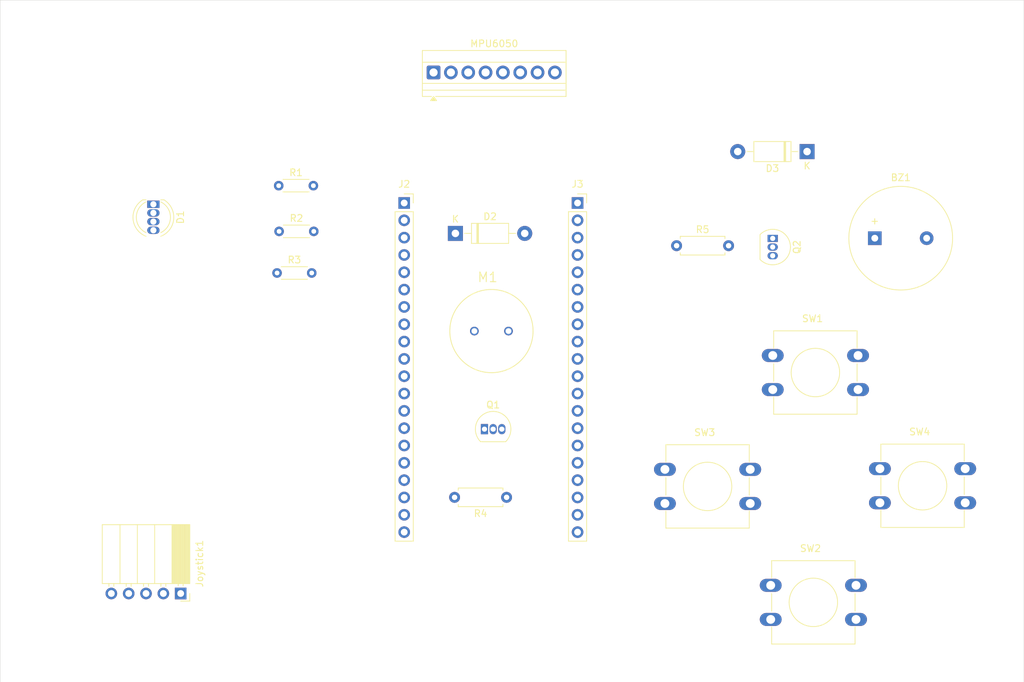
<source format=kicad_pcb>
(kicad_pcb (version 20241229) (generator "pcbnew") (generator_version "9.0")
  (layers (0 "F.Cu" signal) (2 "B.Cu" signal) (13 "F.Paste" user) (15 "B.Paste" user) (5 "F.SilkS" user "F.Silkscreen") (7 "B.SilkS" user "B.Silkscreen") (1 "F.Mask" user) (3 "B.Mask" user) (25 "Edge.Cuts" user))
  (net 0 "")
  (net 1 "Net-(BZ1--)")
  (net 2 "Net-(BZ1-+)")
  (net 3 "Net-(D1-K)")
  (net 4 "Net-(D1-RA)")
  (net 5 "Net-(D1-BA)")
  (net 6 "Net-(D1-GA)")
  (net 7 "Net-(D2-A)")
  (net 9 "Net-(J2-Pin_12)")
  (net 11 "Net-(J2-Pin_11)")
  (net 15 "Net-(J2-Pin_13)")
  (net 17 "Net-(J2-Pin_8)")
  (net 21 "Net-(J2-Pin_15)")
  (net 23 "Net-(J2-Pin_7)")
  (net 27 "Net-(J3-Pin_3)")
  (net 30 "Net-(J3-Pin_10)")
  (net 34 "Net-(J3-Pin_11)")
  (net 36 "Net-(J3-Pin_7)")
  (net 38 "Net-(J3-Pin_12)")
  (net 39 "Net-(J3-Pin_8)")
  (net 41 "Net-(J3-Pin_9)")
  (net 42 "Net-(J3-Pin_13)")
  (net 43 "Net-(J3-Pin_1)")
  (net 45 "Net-(J3-Pin_6)")
  (net 50 "Net-(Q1-B)")
  (net 51 "Net-(Q2-B)")
  (footprint "Button_Switch_THT:SW_PUSH-12mm" (layer "F.Cu") (at 192.9 135.8)
    (property "Reference" "SW2" (at 5.83 -5.41 0) (layer "F.SilkS"))
    (property "Value" "Retroceder")
    (fp_line (start 0.14 -3.61) (end 0.14 -1.1) (stroke (width 0.12)) (layer "F.SilkS"))
    (fp_line (start 0.14 -3.61) (end 12.36 -3.61) (stroke (width 0.12)) (layer "F.SilkS"))
    (fp_line (start 0.14 1.2) (end 0.14 3.8) (stroke (width 0.12)) (layer "F.SilkS"))
    (fp_line (start 0.14 6.1) (end 0.14 8.61) (stroke (width 0.12)) (layer "F.SilkS"))
    (fp_line (start 12.36 -3.61) (end 12.36 -1.1) (stroke (width 0.12)) (layer "F.SilkS"))
    (fp_line (start 12.36 1.2) (end 12.36 3.8) (stroke (width 0.12)) (layer "F.SilkS"))
    (fp_line (start 12.36 6.1) (end 12.36 8.61) (stroke (width 0.12)) (layer "F.SilkS"))
    (fp_line (start 12.36 8.61) (end 0.14 8.61) (stroke (width 0.12)) (layer "F.SilkS"))
    (fp_circle (center 6.25 2.5) (end 9.8 2.5) (stroke (width 0.12)) (fill no) (layer "F.SilkS"))
    (pad "1" thru_hole oval (at 0 0) (size 3.2 1.9) (drill 1.3) (layers "*.Cu" "*.Mask") (net 36 "Net-(J3-Pin_7)"))
    (pad "1" thru_hole oval (at 12.5 0) (size 3.2 1.9) (drill 1.3) (layers "*.Cu" "*.Mask") (net 36 "Net-(J3-Pin_7)"))
    (pad "2" thru_hole oval (at 0 5) (size 3.2 1.9) (drill 1.3) (layers "*.Cu" "*.Mask") (net 38 "Net-(J3-Pin_12)"))
    (pad "2" thru_hole oval (at 12.5 5) (size 3.2 1.9) (drill 1.3) (layers "*.Cu" "*.Mask") (net 38 "Net-(J3-Pin_12)"))
  )
  (footprint "Resistor_THT:R_Axial_DIN0204_L3.6mm_D1.6mm_P5.08mm_Horizontal" (layer "F.Cu") (at 120.87 83.9)
    (property "Reference" "R2" (at 2.54 -1.92 0) (layer "F.SilkS"))
    (property "Value" "200 Ω")
    (fp_line (start 0.62 -0.92) (end 4.46 -0.92) (stroke (width 0.12)) (layer "F.SilkS"))
    (fp_line (start 0.62 0.92) (end 4.46 0.92) (stroke (width 0.12)) (layer "F.SilkS"))
    (pad "1" thru_hole circle (at 0 0) (size 1.4 1.4) (drill 0.7) (layers "*.Cu" "*.Mask") (net 9 "Net-(J2-Pin_12)"))
    (pad "2" thru_hole oval (at 5.08 0) (size 1.4 1.4) (drill 0.7) (layers "*.Cu" "*.Mask") (net 6 "Net-(D1-GA)"))
  )
  (footprint "Resistor_THT:R_Axial_DIN0204_L3.6mm_D1.6mm_P5.08mm_Horizontal" (layer "F.Cu") (at 120.81 77.2)
    (property "Reference" "R1" (at 2.54 -1.92 0) (layer "F.SilkS"))
    (property "Value" "200 Ω")
    (fp_line (start 0.62 -0.92) (end 4.46 -0.92) (stroke (width 0.12)) (layer "F.SilkS"))
    (fp_line (start 0.62 0.92) (end 4.46 0.92) (stroke (width 0.12)) (layer "F.SilkS"))
    (pad "1" thru_hole circle (at 0 0) (size 1.4 1.4) (drill 0.7) (layers "*.Cu" "*.Mask") (net 15 "Net-(J2-Pin_13)"))
    (pad "2" thru_hole oval (at 5.08 0) (size 1.4 1.4) (drill 0.7) (layers "*.Cu" "*.Mask") (net 4 "Net-(D1-RA)"))
  )
  (footprint "Resistor_THT:R_Axial_DIN0207_L6.3mm_D2.5mm_P7.62mm_Horizontal" (layer "F.Cu") (at 179.11 86)
    (property "Reference" "R5" (at 3.81 -2.37 0) (layer "F.SilkS"))
    (property "Value" "1 kΩ")
    (fp_line (start 0.54 -1.37) (end 7.08 -1.37) (stroke (width 0.12)) (layer "F.SilkS"))
    (fp_line (start 0.54 -1.04) (end 0.54 -1.37) (stroke (width 0.12)) (layer "F.SilkS"))
    (fp_line (start 0.54 1.04) (end 0.54 1.37) (stroke (width 0.12)) (layer "F.SilkS"))
    (fp_line (start 0.54 1.37) (end 7.08 1.37) (stroke (width 0.12)) (layer "F.SilkS"))
    (fp_line (start 7.08 -1.37) (end 7.08 -1.04) (stroke (width 0.12)) (layer "F.SilkS"))
    (fp_line (start 7.08 1.37) (end 7.08 1.04) (stroke (width 0.12)) (layer "F.SilkS"))
    (pad "1" thru_hole circle (at 0 0) (size 1.6 1.6) (drill 0.8) (layers "*.Cu" "*.Mask") (net 39 "Net-(J3-Pin_8)"))
    (pad "2" thru_hole oval (at 7.62 0) (size 1.6 1.6) (drill 0.8) (layers "*.Cu" "*.Mask") (net 51 "Net-(Q2-B)"))
  )
  (footprint "LED_THT:LED_D5.0mm-4_RGB" (layer "F.Cu") (at 102.45 79.93 -90)
    (property "Reference" "D1" (at 1.905 -3.96 90) (layer "F.SilkS"))
    (property "Value" "LED_RGBK")
    (fp_line (start -0.655 1.08) (end -0.655 1.545) (stroke (width 0.12)) (layer "F.SilkS"))
    (fp_line (start -0.655 -1.545) (end -0.655 -1.08) (stroke (width 0.12)) (layer "F.SilkS"))
    (fp_arc (start 4.693107 1.080075) (mid 2.163858 2.978774) (end -0.655 1.54483) (stroke (width 0.12)) (layer "F.SilkS"))
    (fp_arc (start 4.159656 1.080059) (mid 1.904967 2.5) (end -0.349684 1.08) (stroke (width 0.12)) (layer "F.SilkS"))
    (fp_arc (start -0.349684 -1.08) (mid 1.904967 -2.5) (end 4.159656 -1.080059) (stroke (width 0.12)) (layer "F.SilkS"))
    (fp_arc (start -0.655 -1.54483) (mid 2.163858 -2.978774) (end 4.693107 -1.080075) (stroke (width 0.12)) (layer "F.SilkS"))
    (pad "1" thru_hole rect (at 0 0 270) (size 1.07 1.8) (drill 0.9) (layers "*.Cu" "*.Mask") (net 4 "Net-(D1-RA)"))
    (pad "2" thru_hole oval (at 1.27 0 270) (size 1.07 1.8) (drill 0.9) (layers "*.Cu" "*.Mask") (net 6 "Net-(D1-GA)"))
    (pad "3" thru_hole oval (at 2.54 0 270) (size 1.07 1.8) (drill 0.9) (layers "*.Cu" "*.Mask") (net 5 "Net-(D1-BA)"))
    (pad "4" thru_hole oval (at 3.81 0 270) (size 1.07 1.8) (drill 0.9) (layers "*.Cu" "*.Mask") (net 3 "Net-(D1-K)"))
  )
  (footprint "Resistor_THT:R_Axial_DIN0207_L6.3mm_D2.5mm_P7.62mm_Horizontal" (layer "F.Cu") (at 154.2 122.9 180)
    (property "Reference" "R4" (at 3.81 -2.37 180) (layer "F.SilkS"))
    (property "Value" "1 kΩ")
    (fp_line (start 7.08 1.37) (end 7.08 1.04) (stroke (width 0.12)) (layer "F.SilkS"))
    (fp_line (start 7.08 -1.37) (end 7.08 -1.04) (stroke (width 0.12)) (layer "F.SilkS"))
    (fp_line (start 0.54 1.37) (end 7.08 1.37) (stroke (width 0.12)) (layer "F.SilkS"))
    (fp_line (start 0.54 1.04) (end 0.54 1.37) (stroke (width 0.12)) (layer "F.SilkS"))
    (fp_line (start 0.54 -1.04) (end 0.54 -1.37) (stroke (width 0.12)) (layer "F.SilkS"))
    (fp_line (start 0.54 -1.37) (end 7.08 -1.37) (stroke (width 0.12)) (layer "F.SilkS"))
    (pad "1" thru_hole circle (at 0 0 180) (size 1.6 1.6) (drill 0.8) (layers "*.Cu" "*.Mask") (net 41 "Net-(J3-Pin_9)"))
    (pad "2" thru_hole oval (at 7.62 0 180) (size 1.6 1.6) (drill 0.8) (layers "*.Cu" "*.Mask") (net 50 "Net-(Q1-B)"))
  )
  (footprint "TerminalBlock:TerminalBlock_Xinya_XY308-2.54-8P_1x08_P2.54mm_Horizontal" (layer "F.Cu") (at 143.5 60.6)
    (property "Reference" "MPU6050" (at 8.89 -4.22 0) (layer "F.SilkS"))
    (property "Value" "Conn_01x08")
    (fp_line (start -1.64 -3.22) (end -1.64 3.52) (stroke (width 0.12)) (layer "F.SilkS"))
    (fp_line (start -1.64 -3.22) (end 19.42 -3.22) (stroke (width 0.12)) (layer "F.SilkS"))
    (fp_line (start -1.64 -1.5) (end 19.42 -1.5) (stroke (width 0.12)) (layer "F.SilkS"))
    (fp_line (start -1.64 1.6) (end 19.42 1.6) (stroke (width 0.12)) (layer "F.SilkS"))
    (fp_line (start -1.64 2.6) (end 19.42 2.6) (stroke (width 0.12)) (layer "F.SilkS"))
    (fp_line (start -1.64 3.52) (end -0.3 3.52) (stroke (width 0.12)) (layer "F.SilkS"))
    (fp_line (start 0.3 3.52) (end 19.42 3.52) (stroke (width 0.12)) (layer "F.SilkS"))
    (fp_line (start 19.42 -3.22) (end 19.42 3.52) (stroke (width 0.12)) (layer "F.SilkS"))
    (fp_poly (pts (xy 0 3.52) (xy 0.44 4.13) (xy -0.44 4.13)) (stroke (width 0.12)) (fill yes) (layer "F.SilkS"))
    (pad "1" thru_hole roundrect (at 0 0) (size 2 2) (drill 1.2) (layers "*.Cu" "*.Mask") (roundrect_rratio 0.125))
    (pad "2" thru_hole circle (at 2.54 0) (size 2 2) (drill 1.2) (layers "*.Cu" "*.Mask"))
    (pad "3" thru_hole circle (at 5.08 0) (size 2 2) (drill 1.2) (layers "*.Cu" "*.Mask"))
    (pad "4" thru_hole circle (at 7.62 0) (size 2 2) (drill 1.2) (layers "*.Cu" "*.Mask"))
    (pad "5" thru_hole circle (at 10.16 0) (size 2 2) (drill 1.2) (layers "*.Cu" "*.Mask") (net 45 "Net-(J3-Pin_6)"))
    (pad "6" thru_hole circle (at 12.7 0) (size 2 2) (drill 1.2) (layers "*.Cu" "*.Mask") (net 27 "Net-(J3-Pin_3)"))
    (pad "7" thru_hole circle (at 15.24 0) (size 2 2) (drill 1.2) (layers "*.Cu" "*.Mask") (net 43 "Net-(J3-Pin_1)"))
    (pad "8" thru_hole circle (at 17.78 0) (size 2 2) (drill 1.2) (layers "*.Cu" "*.Mask") (net 2 "Net-(BZ1-+)"))
  )
  (footprint "Buzzer_Beeper:Buzzer_15x7.5RM7.6" (layer "F.Cu") (at 208.15 84.9)
    (property "Reference" "BZ1" (at 3.81 -8.89 0) (layer "F.SilkS"))
    (property "Value" "Buzzer")
    (fp_circle (center 3.8 0) (end 11.4 0) (stroke (width 0.12)) (fill no) (layer "F.SilkS"))
    (fp_text user "+" (at -0.01 -2.54 0) (layer "F.SilkS"))
    (pad "1" thru_hole rect (at 0 0) (size 2 2) (drill 1) (layers "*.Cu" "*.Mask") (net 2 "Net-(BZ1-+)"))
    (pad "2" thru_hole circle (at 7.6 0) (size 2 2) (drill 1) (layers "*.Cu" "*.Mask") (net 1 "Net-(BZ1--)"))
  )
  (footprint "Package_TO_SOT_THT:TO-92_Inline" (layer "F.Cu") (at 193.19 84.93 -90)
    (property "Reference" "Q2" (at 1.27 -3.56 90) (layer "F.SilkS"))
    (property "Value" "BC237")
    (fp_line (start -0.53 1.85) (end 3.07 1.85) (stroke (width 0.12)) (layer "F.SilkS"))
    (fp_arc (start -0.568478 1.838478) (mid -1.132087 -0.994977) (end 1.27 -2.6) (stroke (width 0.12)) (layer "F.SilkS"))
    (fp_arc (start 1.27 -2.6) (mid 3.672087 -0.994977) (end 3.108478 1.838478) (stroke (width 0.12)) (layer "F.SilkS"))
    (pad "1" thru_hole rect (at 0 0 270) (size 1.05 1.5) (drill 0.75) (layers "*.Cu" "*.Mask") (net 1 "Net-(BZ1--)"))
    (pad "2" thru_hole oval (at 1.27 0 270) (size 1.05 1.5) (drill 0.75) (layers "*.Cu" "*.Mask") (net 51 "Net-(Q2-B)"))
    (pad "3" thru_hole oval (at 2.54 0 270) (size 1.05 1.5) (drill 0.75) (layers "*.Cu" "*.Mask") (net 36 "Net-(J3-Pin_7)"))
  )
  (footprint "Connector_PinSocket_2.54mm:PinSocket_1x20_P2.54mm_Vertical" (layer "F.Cu") (at 139.2 79.74)
    (property "Reference" "J2" (at 0 -2.77 0) (layer "F.SilkS"))
    (property "Value" "Conn_01x20")
    (fp_line (start -1.33 1.27) (end -1.33 49.59) (stroke (width 0.12)) (layer "F.SilkS"))
    (fp_line (start -1.33 1.27) (end 1.33 1.27) (stroke (width 0.12)) (layer "F.SilkS"))
    (fp_line (start -1.33 49.59) (end 1.33 49.59) (stroke (width 0.12)) (layer "F.SilkS"))
    (fp_line (start 0 -1.33) (end 1.33 -1.33) (stroke (width 0.12)) (layer "F.SilkS"))
    (fp_line (start 1.33 -1.33) (end 1.33 0) (stroke (width 0.12)) (layer "F.SilkS"))
    (fp_line (start 1.33 1.27) (end 1.33 49.59) (stroke (width 0.12)) (layer "F.SilkS"))
    (pad "1" thru_hole rect (at 0 0) (size 1.7 1.7) (drill 1) (layers "*.Cu" "*.Mask") (net 2 "Net-(BZ1-+)"))
    (pad "2" thru_hole circle (at 0 2.54) (size 1.7 1.7) (drill 1) (layers "*.Cu" "*.Mask"))
    (pad "3" thru_hole circle (at 0 5.08) (size 1.7 1.7) (drill 1) (layers "*.Cu" "*.Mask"))
    (pad "4" thru_hole circle (at 0 7.62) (size 1.7 1.7) (drill 1) (layers "*.Cu" "*.Mask"))
    (pad "5" thru_hole circle (at 0 10.16) (size 1.7 1.7) (drill 1) (layers "*.Cu" "*.Mask"))
    (pad "6" thru_hole circle (at 0 12.7) (size 1.7 1.7) (drill 1) (layers "*.Cu" "*.Mask"))
    (pad "7" thru_hole circle (at 0 15.24) (size 1.7 1.7) (drill 1) (layers "*.Cu" "*.Mask") (net 23 "Net-(J2-Pin_7)"))
    (pad "8" thru_hole circle (at 0 17.78) (size 1.7 1.7) (drill 1) (layers "*.Cu" "*.Mask") (net 17 "Net-(J2-Pin_8)"))
    (pad "9" thru_hole circle (at 0 20.32) (size 1.7 1.7) (drill 1) (layers "*.Cu" "*.Mask"))
    (pad "10" thru_hole circle (at 0 22.86) (size 1.7 1.7) (drill 1) (layers "*.Cu" "*.Mask"))
    (pad "11" thru_hole circle (at 0 25.4) (size 1.7 1.7) (drill 1) (layers "*.Cu" "*.Mask") (net 11 "Net-(J2-Pin_11)"))
    (pad "12" thru_hole circle (at 0 27.94) (size 1.7 1.7) (drill 1) (layers "*.Cu" "*.Mask") (net 9 "Net-(J2-Pin_12)"))
    (pad "13" thru_hole circle (at 0 30.48) (size 1.7 1.7) (drill 1) (layers "*.Cu" "*.Mask") (net 15 "Net-(J2-Pin_13)"))
    (pad "14" thru_hole circle (at 0 33.02) (size 1.7 1.7) (drill 1) (layers "*.Cu" "*.Mask") (net 3 "Net-(D1-K)"))
    (pad "15" thru_hole circle (at 0 35.56) (size 1.7 1.7) (drill 1) (layers "*.Cu" "*.Mask") (net 21 "Net-(J2-Pin_15)"))
    (pad "16" thru_hole circle (at 0 38.1) (size 1.7 1.7) (drill 1) (layers "*.Cu" "*.Mask"))
    (pad "17" thru_hole circle (at 0 40.64) (size 1.7 1.7) (drill 1) (layers "*.Cu" "*.Mask"))
    (pad "18" thru_hole circle (at 0 43.18) (size 1.7 1.7) (drill 1) (layers "*.Cu" "*.Mask"))
    (pad "19" thru_hole circle (at 0 45.72) (size 1.7 1.7) (drill 1) (layers "*.Cu" "*.Mask"))
    (pad "20" thru_hole circle (at 0 48.26) (size 1.7 1.7) (drill 1) (layers "*.Cu" "*.Mask"))
  )
  (footprint "Package_TO_SOT_THT:TO-92_Inline" (layer "F.Cu") (at 150.96 112.9)
    (property "Reference" "Q1" (at 1.27 -3.56 0) (layer "F.SilkS"))
    (property "Value" "BC237")
    (fp_line (start -0.53 1.85) (end 3.07 1.85) (stroke (width 0.12)) (layer "F.SilkS"))
    (fp_arc (start -0.568478 1.838478) (mid -1.132087 -0.994977) (end 1.27 -2.6) (stroke (width 0.12)) (layer "F.SilkS"))
    (fp_arc (start 1.27 -2.6) (mid 3.672087 -0.994977) (end 3.108478 1.838478) (stroke (width 0.12)) (layer "F.SilkS"))
    (pad "1" thru_hole rect (at 0 0) (size 1.05 1.5) (drill 0.75) (layers "*.Cu" "*.Mask") (net 7 "Net-(D2-A)"))
    (pad "2" thru_hole oval (at 1.27 0) (size 1.05 1.5) (drill 0.75) (layers "*.Cu" "*.Mask") (net 50 "Net-(Q1-B)"))
    (pad "3" thru_hole oval (at 2.54 0) (size 1.05 1.5) (drill 0.75) (layers "*.Cu" "*.Mask") (net 36 "Net-(J3-Pin_7)"))
  )
  (footprint "Resistor_THT:R_Axial_DIN0204_L3.6mm_D1.6mm_P5.08mm_Horizontal" (layer "F.Cu") (at 120.57 90)
    (property "Reference" "R3" (at 2.54 -1.92 0) (layer "F.SilkS"))
    (property "Value" "200 Ω")
    (fp_line (start 0.62 -0.92) (end 4.46 -0.92) (stroke (width 0.12)) (layer "F.SilkS"))
    (fp_line (start 0.62 0.92) (end 4.46 0.92) (stroke (width 0.12)) (layer "F.SilkS"))
    (pad "1" thru_hole circle (at 0 0) (size 1.4 1.4) (drill 0.7) (layers "*.Cu" "*.Mask") (net 21 "Net-(J2-Pin_15)"))
    (pad "2" thru_hole oval (at 5.08 0) (size 1.4 1.4) (drill 0.7) (layers "*.Cu" "*.Mask") (net 5 "Net-(D1-BA)"))
  )
  (footprint "Button_Switch_THT:SW_PUSH-12mm" (layer "F.Cu") (at 208.9 118.7)
    (property "Reference" "SW4" (at 5.83 -5.41 0) (layer "F.SilkS"))
    (property "Value" "Derecha")
    (fp_line (start 0.14 -3.61) (end 0.14 -1.1) (stroke (width 0.12)) (layer "F.SilkS"))
    (fp_line (start 0.14 -3.61) (end 12.36 -3.61) (stroke (width 0.12)) (layer "F.SilkS"))
    (fp_line (start 0.14 1.2) (end 0.14 3.8) (stroke (width 0.12)) (layer "F.SilkS"))
    (fp_line (start 0.14 6.1) (end 0.14 8.61) (stroke (width 0.12)) (layer "F.SilkS"))
    (fp_line (start 12.36 -3.61) (end 12.36 -1.1) (stroke (width 0.12)) (layer "F.SilkS"))
    (fp_line (start 12.36 1.2) (end 12.36 3.8) (stroke (width 0.12)) (layer "F.SilkS"))
    (fp_line (start 12.36 6.1) (end 12.36 8.61) (stroke (width 0.12)) (layer "F.SilkS"))
    (fp_line (start 12.36 8.61) (end 0.14 8.61) (stroke (width 0.12)) (layer "F.SilkS"))
    (fp_circle (center 6.25 2.5) (end 9.8 2.5) (stroke (width 0.12)) (fill no) (layer "F.SilkS"))
    (pad "1" thru_hole oval (at 0 0) (size 3.2 1.9) (drill 1.3) (layers "*.Cu" "*.Mask") (net 30 "Net-(J3-Pin_10)"))
    (pad "1" thru_hole oval (at 12.5 0) (size 3.2 1.9) (drill 1.3) (layers "*.Cu" "*.Mask") (net 30 "Net-(J3-Pin_10)"))
    (pad "2" thru_hole oval (at 0 5) (size 3.2 1.9) (drill 1.3) (layers "*.Cu" "*.Mask") (net 36 "Net-(J3-Pin_7)"))
    (pad "2" thru_hole oval (at 12.5 5) (size 3.2 1.9) (drill 1.3) (layers "*.Cu" "*.Mask") (net 36 "Net-(J3-Pin_7)"))
  )
  (footprint "Library:XDCR_PS1240P02BT" (layer "F.Cu") (at 151.98 98.52)
    (property "Reference" "M1" (at -0.555 -7.889 0) (layer "F.SilkS") (effects (font (size 1.4 1.4))))
    (property "Value" "Motor_DC")
    (fp_circle (center 0 0) (end 6.1 0) (stroke (width 0.127)) (fill no) (layer "F.SilkS"))
    (pad "1" thru_hole circle (at -2.5 0) (size 1.28 1.28) (drill 0.85) (layers "*.Cu" "*.Mask") (net 2 "Net-(BZ1-+)"))
    (pad "2" thru_hole circle (at 2.5 0) (size 1.28 1.28) (drill 0.85) (layers "*.Cu" "*.Mask") (net 7 "Net-(D2-A)"))
  )
  (footprint "Connector_PinSocket_2.54mm:PinSocket_1x05_P2.54mm_Horizontal" (layer "F.Cu") (at 106.45 137 -90)
    (property "Reference" "Joystick1" (at -4.38 -2.77 90) (layer "F.SilkS"))
    (property "Value" "Conn_01x05")
    (fp_line (start -10.09 11.49) (end -1.46 11.49) (stroke (width 0.12)) (layer "F.SilkS"))
    (fp_line (start -1.46 10.52) (end -1.05 10.52) (stroke (width 0.12)) (layer "F.SilkS"))
    (fp_line (start -1.46 9.8) (end -1.05 9.8) (stroke (width 0.12)) (layer "F.SilkS"))
    (fp_line (start -10.09 8.89) (end -1.46 8.89) (stroke (width 0.12)) (layer "F.SilkS"))
    (fp_line (start -1.46 7.98) (end -1.05 7.98) (stroke (width 0.12)) (layer "F.SilkS"))
    (fp_line (start -1.46 7.26) (end -1.05 7.26) (stroke (width 0.12)) (layer "F.SilkS"))
    (fp_line (start -10.09 6.35) (end -1.46 6.35) (stroke (width 0.12)) (layer "F.SilkS"))
    (fp_line (start -1.46 5.44) (end -1.05 5.44) (stroke (width 0.12)) (layer "F.SilkS"))
    (fp_line (start -1.46 4.72) (end -1.05 4.72) (stroke (width 0.12)) (layer "F.SilkS"))
    (fp_line (start -10.09 3.81) (end -1.46 3.81) (stroke (width 0.12)) (layer "F.SilkS"))
    (fp_line (start -1.46 2.9) (end -1.05 2.9) (stroke (width 0.12)) (layer "F.SilkS"))
    (fp_line (start -1.46 2.18) (end -1.05 2.18) (stroke (width 0.12)) (layer "F.SilkS"))
    (fp_line (start -10.09 1.27) (end -1.46 1.27) (stroke (width 0.12)) (layer "F.SilkS"))
    (fp_line (start -10.09 1.1519) (end -1.46 1.1519) (stroke (width 0.12)) (layer "F.SilkS"))
    (fp_line (start -10.09 1.033805) (end -1.46 1.033805) (stroke (width 0.12)) (layer "F.SilkS"))
    (fp_line (start -10.09 0.91571) (end -1.46 0.91571) (stroke (width 0.12)) (layer "F.SilkS"))
    (fp_line (start -10.09 0.797615) (end -1.46 0.797615) (stroke (width 0.12)) (layer "F.SilkS"))
    (fp_line (start -10.09 0.67952) (end -1.46 0.67952) (stroke (width 0.12)) (layer "F.SilkS"))
    (fp_line (start -10.09 0.561425) (end -1.46 0.561425) (stroke (width 0.12)) (layer "F.SilkS"))
    (fp_line (start -10.09 0.44333) (end -1.46 0.44333) (stroke (width 0.12)) (layer "F.SilkS"))
    (fp_line (start -1.46 0.36) (end -1.11 0.36) (stroke (width 0.12)) (layer "F.SilkS"))
    (fp_line (start -10.09 0.325235) (end -1.46 0.325235) (stroke (width 0.12)) (layer "F.SilkS"))
    (fp_line (start -10.09 0.20714) (end -1.46 0.20714) (stroke (width 0.12)) (layer "F.SilkS"))
    (fp_line (start -10.09 0.089045) (end -1.46 0.089045) (stroke (width 0.12)) (layer "F.SilkS"))
    (fp_line (start -10.09 -0.02905) (end -1.46 -0.02905) (stroke (width 0.12)) (layer "F.SilkS"))
    (fp_line (start -10.09 -0.147145) (end -1.46 -0.147145) (stroke (width 0.12)) (layer "F.SilkS"))
    (fp_line (start -10.09 -0.26524) (end -1.46 -0.26524) (stroke (width 0.12)) (layer "F.SilkS"))
    (fp_line (start -1.46 -0.36) (end -1.11 -0.36) (stroke (width 0.12)) (layer "F.SilkS"))
    (fp_line (start -10.09 -0.383335) (end -1.46 -0.383335) (stroke (width 0.12)) (layer "F.SilkS"))
    (fp_line (start -10.09 -0.50143) (end -1.46 -0.50143) (stroke (width 0.12)) (layer "F.SilkS"))
    (fp_line (start -10.09 -0.619525) (end -1.46 -0.619525) (stroke (width 0.12)) (layer "F.SilkS"))
    (fp_line (start -10.09 -0.73762) (end -1.46 -0.73762) (stroke (width 0.12)) (layer "F.SilkS"))
    (fp_line (start -10.09 -0.855715) (end -1.46 -0.855715) (stroke (width 0.12)) (layer "F.SilkS"))
    (fp_line (start -10.09 -0.97381) (end -1.46 -0.97381) (stroke (width 0.12)) (layer "F.SilkS"))
    (fp_line (start -10.09 -1.091905) (end -1.46 -1.091905) (stroke (width 0.12)) (layer "F.SilkS"))
    (fp_line (start -10.09 -1.21) (end -1.46 -1.21) (stroke (width 0.12)) (layer "F.SilkS"))
    (fp_line (start -10.09 -1.33) (end -10.09 11.49) (stroke (width 0.12)) (layer "F.SilkS"))
    (fp_line (start -10.09 -1.33) (end -1.46 -1.33) (stroke (width 0.12)) (layer "F.SilkS"))
    (fp_line (start -1.46 -1.33) (end -1.46 11.49) (stroke (width 0.12)) (layer "F.SilkS"))
    (fp_line (start 0 -1.33) (end 1.11 -1.33) (stroke (width 0.12)) (layer "F.SilkS"))
    (fp_line (start 1.11 -1.33) (end 1.11 0) (stroke (width 0.12)) (layer "F.SilkS"))
    (pad "1" thru_hole rect (at 0 0 270) (size 1.7 1.7) (drill 1) (layers "*.Cu" "*.Mask") (net 3 "Net-(D1-K)"))
    (pad "2" thru_hole circle (at 0 2.54 270) (size 1.7 1.7) (drill 1) (layers "*.Cu" "*.Mask") (net 2 "Net-(BZ1-+)"))
    (pad "3" thru_hole circle (at 0 5.08 270) (size 1.7 1.7) (drill 1) (layers "*.Cu" "*.Mask") (net 23 "Net-(J2-Pin_7)"))
    (pad "4" thru_hole circle (at 0 7.62 270) (size 1.7 1.7) (drill 1) (layers "*.Cu" "*.Mask") (net 17 "Net-(J2-Pin_8)"))
    (pad "5" thru_hole circle (at 0 10.16 270) (size 1.7 1.7) (drill 1) (layers "*.Cu" "*.Mask") (net 11 "Net-(J2-Pin_11)"))
  )
  (footprint "Connector_PinSocket_2.54mm:PinSocket_1x20_P2.54mm_Vertical" (layer "F.Cu") (at 164.6 79.74)
    (property "Reference" "J3" (at 0 -2.77 0) (layer "F.SilkS"))
    (property "Value" "Conn_01x20")
    (fp_line (start -1.33 1.27) (end -1.33 49.59) (stroke (width 0.12)) (layer "F.SilkS"))
    (fp_line (start -1.33 1.27) (end 1.33 1.27) (stroke (width 0.12)) (layer "F.SilkS"))
    (fp_line (start -1.33 49.59) (end 1.33 49.59) (stroke (width 0.12)) (layer "F.SilkS"))
    (fp_line (start 0 -1.33) (end 1.33 -1.33) (stroke (width 0.12)) (layer "F.SilkS"))
    (fp_line (start 1.33 -1.33) (end 1.33 0) (stroke (width 0.12)) (layer "F.SilkS"))
    (fp_line (start 1.33 1.27) (end 1.33 49.59) (stroke (width 0.12)) (layer "F.SilkS"))
    (pad "1" thru_hole rect (at 0 0) (size 1.7 1.7) (drill 1) (layers "*.Cu" "*.Mask") (net 43 "Net-(J3-Pin_1)"))
    (pad "2" thru_hole circle (at 0 2.54) (size 1.7 1.7) (drill 1) (layers "*.Cu" "*.Mask"))
    (pad "3" thru_hole circle (at 0 5.08) (size 1.7 1.7) (drill 1) (layers "*.Cu" "*.Mask") (net 27 "Net-(J3-Pin_3)"))
    (pad "4" thru_hole circle (at 0 7.62) (size 1.7 1.7) (drill 1) (layers "*.Cu" "*.Mask"))
    (pad "5" thru_hole circle (at 0 10.16) (size 1.7 1.7) (drill 1) (layers "*.Cu" "*.Mask"))
    (pad "6" thru_hole circle (at 0 12.7) (size 1.7 1.7) (drill 1) (layers "*.Cu" "*.Mask") (net 45 "Net-(J3-Pin_6)"))
    (pad "7" thru_hole circle (at 0 15.24) (size 1.7 1.7) (drill 1) (layers "*.Cu" "*.Mask") (net 36 "Net-(J3-Pin_7)"))
    (pad "8" thru_hole circle (at 0 17.78) (size 1.7 1.7) (drill 1) (layers "*.Cu" "*.Mask") (net 39 "Net-(J3-Pin_8)"))
    (pad "9" thru_hole circle (at 0 20.32) (size 1.7 1.7) (drill 1) (layers "*.Cu" "*.Mask") (net 41 "Net-(J3-Pin_9)"))
    (pad "10" thru_hole circle (at 0 22.86) (size 1.7 1.7) (drill 1) (layers "*.Cu" "*.Mask") (net 30 "Net-(J3-Pin_10)"))
    (pad "11" thru_hole circle (at 0 25.4) (size 1.7 1.7) (drill 1) (layers "*.Cu" "*.Mask") (net 34 "Net-(J3-Pin_11)"))
    (pad "12" thru_hole circle (at 0 27.94) (size 1.7 1.7) (drill 1) (layers "*.Cu" "*.Mask") (net 38 "Net-(J3-Pin_12)"))
    (pad "13" thru_hole circle (at 0 30.48) (size 1.7 1.7) (drill 1) (layers "*.Cu" "*.Mask") (net 42 "Net-(J3-Pin_13)"))
    (pad "14" thru_hole circle (at 0 33.02) (size 1.7 1.7) (drill 1) (layers "*.Cu" "*.Mask"))
    (pad "15" thru_hole circle (at 0 35.56) (size 1.7 1.7) (drill 1) (layers "*.Cu" "*.Mask"))
    (pad "16" thru_hole circle (at 0 38.1) (size 1.7 1.7) (drill 1) (layers "*.Cu" "*.Mask"))
    (pad "17" thru_hole circle (at 0 40.64) (size 1.7 1.7) (drill 1) (layers "*.Cu" "*.Mask"))
    (pad "18" thru_hole circle (at 0 43.18) (size 1.7 1.7) (drill 1) (layers "*.Cu" "*.Mask"))
    (pad "19" thru_hole circle (at 0 45.72) (size 1.7 1.7) (drill 1) (layers "*.Cu" "*.Mask"))
    (pad "20" thru_hole circle (at 0 48.26) (size 1.7 1.7) (drill 1) (layers "*.Cu" "*.Mask"))
  )
  (footprint "Button_Switch_THT:SW_PUSH-12mm" (layer "F.Cu") (at 193.2 102.1)
    (property "Reference" "SW1" (at 5.83 -5.41 0) (layer "F.SilkS"))
    (property "Value" "Avanzar")
    (fp_line (start 0.14 -3.61) (end 0.14 -1.1) (stroke (width 0.12)) (layer "F.SilkS"))
    (fp_line (start 0.14 -3.61) (end 12.36 -3.61) (stroke (width 0.12)) (layer "F.SilkS"))
    (fp_line (start 0.14 1.2) (end 0.14 3.8) (stroke (width 0.12)) (layer "F.SilkS"))
    (fp_line (start 0.14 6.1) (end 0.14 8.61) (stroke (width 0.12)) (layer "F.SilkS"))
    (fp_line (start 12.36 -3.61) (end 12.36 -1.1) (stroke (width 0.12)) (layer "F.SilkS"))
    (fp_line (start 12.36 1.2) (end 12.36 3.8) (stroke (width 0.12)) (layer "F.SilkS"))
    (fp_line (start 12.36 6.1) (end 12.36 8.61) (stroke (width 0.12)) (layer "F.SilkS"))
    (fp_line (start 12.36 8.61) (end 0.14 8.61) (stroke (width 0.12)) (layer "F.SilkS"))
    (fp_circle (center 6.25 2.5) (end 9.8 2.5) (stroke (width 0.12)) (fill no) (layer "F.SilkS"))
    (pad "1" thru_hole oval (at 0 0) (size 3.2 1.9) (drill 1.3) (layers "*.Cu" "*.Mask") (net 34 "Net-(J3-Pin_11)"))
    (pad "1" thru_hole oval (at 12.5 0) (size 3.2 1.9) (drill 1.3) (layers "*.Cu" "*.Mask") (net 34 "Net-(J3-Pin_11)"))
    (pad "2" thru_hole oval (at 0 5) (size 3.2 1.9) (drill 1.3) (layers "*.Cu" "*.Mask") (net 36 "Net-(J3-Pin_7)"))
    (pad "2" thru_hole oval (at 12.5 5) (size 3.2 1.9) (drill 1.3) (layers "*.Cu" "*.Mask") (net 36 "Net-(J3-Pin_7)"))
  )
  (footprint "Button_Switch_THT:SW_PUSH-12mm" (layer "F.Cu") (at 177.4 118.8)
    (property "Reference" "SW3" (at 5.83 -5.41 0) (layer "F.SilkS"))
    (property "Value" "Izquierda")
    (fp_line (start 0.14 -3.61) (end 0.14 -1.1) (stroke (width 0.12)) (layer "F.SilkS"))
    (fp_line (start 0.14 -3.61) (end 12.36 -3.61) (stroke (width 0.12)) (layer "F.SilkS"))
    (fp_line (start 0.14 1.2) (end 0.14 3.8) (stroke (width 0.12)) (layer "F.SilkS"))
    (fp_line (start 0.14 6.1) (end 0.14 8.61) (stroke (width 0.12)) (layer "F.SilkS"))
    (fp_line (start 12.36 -3.61) (end 12.36 -1.1) (stroke (width 0.12)) (layer "F.SilkS"))
    (fp_line (start 12.36 1.2) (end 12.36 3.8) (stroke (width 0.12)) (layer "F.SilkS"))
    (fp_line (start 12.36 6.1) (end 12.36 8.61) (stroke (width 0.12)) (layer "F.SilkS"))
    (fp_line (start 12.36 8.61) (end 0.14 8.61) (stroke (width 0.12)) (layer "F.SilkS"))
    (fp_circle (center 6.25 2.5) (end 9.8 2.5) (stroke (width 0.12)) (fill no) (layer "F.SilkS"))
    (pad "1" thru_hole oval (at 0 0) (size 3.2 1.9) (drill 1.3) (layers "*.Cu" "*.Mask") (net 42 "Net-(J3-Pin_13)"))
    (pad "1" thru_hole oval (at 12.5 0) (size 3.2 1.9) (drill 1.3) (layers "*.Cu" "*.Mask") (net 42 "Net-(J3-Pin_13)"))
    (pad "2" thru_hole oval (at 0 5) (size 3.2 1.9) (drill 1.3) (layers "*.Cu" "*.Mask") (net 36 "Net-(J3-Pin_7)"))
    (pad "2" thru_hole oval (at 12.5 5) (size 3.2 1.9) (drill 1.3) (layers "*.Cu" "*.Mask") (net 36 "Net-(J3-Pin_7)"))
  )
  (footprint "Diode_THT:D_DO-41_SOD81_P10.16mm_Horizontal" (layer "F.Cu") (at 198.23 72.2 180)
    (property "Reference" "D3" (at 5.08 -2.47 0) (layer "F.SilkS"))
    (property "Value" "1N4007")
    (fp_line (start 8.82 0) (end 7.8 0) (stroke (width 0.12)) (layer "F.SilkS"))
    (fp_line (start 7.8 1.47) (end 7.8 -1.47) (stroke (width 0.12)) (layer "F.SilkS"))
    (fp_line (start 7.8 -1.47) (end 2.36 -1.47) (stroke (width 0.12)) (layer "F.SilkS"))
    (fp_line (start 3.38 -1.47) (end 3.38 1.47) (stroke (width 0.12)) (layer "F.SilkS"))
    (fp_line (start 3.26 -1.47) (end 3.26 1.47) (stroke (width 0.12)) (layer "F.SilkS"))
    (fp_line (start 3.14 -1.47) (end 3.14 1.47) (stroke (width 0.12)) (layer "F.SilkS"))
    (fp_line (start 2.36 1.47) (end 7.8 1.47) (stroke (width 0.12)) (layer "F.SilkS"))
    (fp_line (start 2.36 -1.47) (end 2.36 1.47) (stroke (width 0.12)) (layer "F.SilkS"))
    (fp_line (start 1.34 0) (end 2.36 0) (stroke (width 0.12)) (layer "F.SilkS"))
    (fp_text user "K" (at 0 -2.1 0) (layer "F.SilkS"))
    (pad "1" thru_hole rect (at 0 0 180) (size 2.2 2.2) (drill 1.1) (layers "*.Cu" "*.Mask") (net 2 "Net-(BZ1-+)"))
    (pad "2" thru_hole oval (at 10.16 0 180) (size 2.2 2.2) (drill 1.1) (layers "*.Cu" "*.Mask") (net 1 "Net-(BZ1--)"))
  )
  (footprint "Diode_THT:D_DO-41_SOD81_P10.16mm_Horizontal" (layer "F.Cu") (at 146.7 84.2)
    (property "Reference" "D2" (at 5.08 -2.47 0) (layer "F.SilkS"))
    (property "Value" "1N4007")
    (fp_line (start 1.34 0) (end 2.36 0) (stroke (width 0.12)) (layer "F.SilkS"))
    (fp_line (start 2.36 -1.47) (end 2.36 1.47) (stroke (width 0.12)) (layer "F.SilkS"))
    (fp_line (start 2.36 1.47) (end 7.8 1.47) (stroke (width 0.12)) (layer "F.SilkS"))
    (fp_line (start 3.14 -1.47) (end 3.14 1.47) (stroke (width 0.12)) (layer "F.SilkS"))
    (fp_line (start 3.26 -1.47) (end 3.26 1.47) (stroke (width 0.12)) (layer "F.SilkS"))
    (fp_line (start 3.38 -1.47) (end 3.38 1.47) (stroke (width 0.12)) (layer "F.SilkS"))
    (fp_line (start 7.8 -1.47) (end 2.36 -1.47) (stroke (width 0.12)) (layer "F.SilkS"))
    (fp_line (start 7.8 1.47) (end 7.8 -1.47) (stroke (width 0.12)) (layer "F.SilkS"))
    (fp_line (start 8.82 0) (end 7.8 0) (stroke (width 0.12)) (layer "F.SilkS"))
    (fp_text user "K" (at 0 -2.1 0) (layer "F.SilkS"))
    (pad "1" thru_hole rect (at 0 0) (size 2.2 2.2) (drill 1.1) (layers "*.Cu" "*.Mask") (net 2 "Net-(BZ1-+)"))
    (pad "2" thru_hole oval (at 10.16 0) (size 2.2 2.2) (drill 1.1) (layers "*.Cu" "*.Mask") (net 7 "Net-(D2-A)"))
  )
  (gr_rect (start 80 50) (end 230 150) (stroke (width 0.05)) (fill no) (layer "Edge.Cuts"))
  (segment (start 154.2 122.9) (end 154.57 122.9) (width 0.2) (layer "B.Cu") (net 41))
  (segment (start 154.57 122.9) (end 154.65 122.82) (width 0.2) (layer "B.Cu") (net 41))
)
</source>
